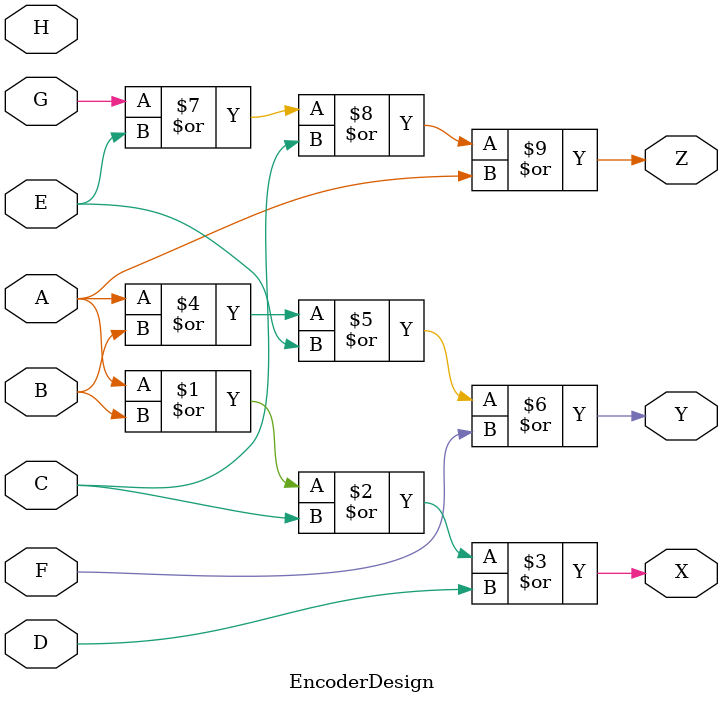
<source format=v>
`timescale 1ns / 1ps
module EncoderDesign(input A,B,C,D,E,F,G,H,output X,Y,Z);

assign X = A|B|C|D;
assign Y = A|B|E|F;
assign Z = G|E|C|A;

endmodule

</source>
